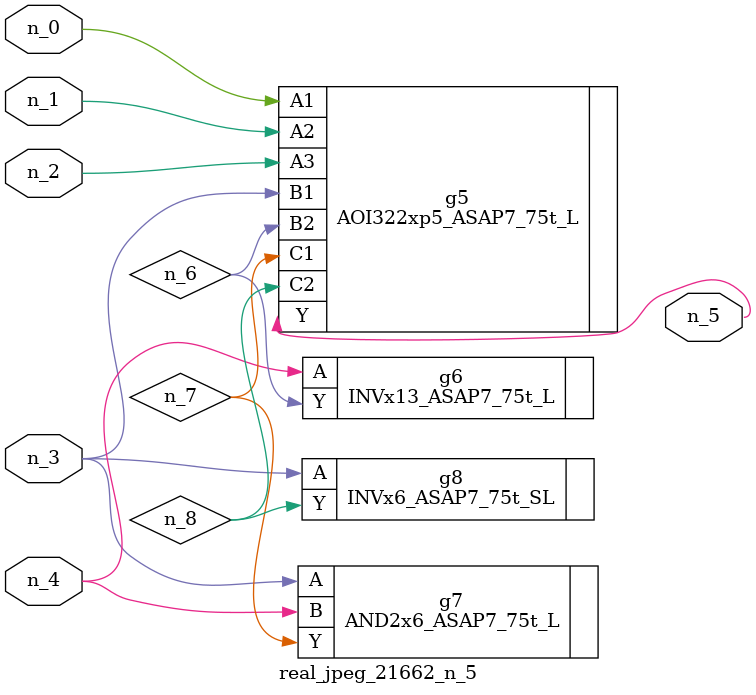
<source format=v>
module real_jpeg_21662_n_5 (n_4, n_0, n_1, n_2, n_3, n_5);

input n_4;
input n_0;
input n_1;
input n_2;
input n_3;

output n_5;

wire n_8;
wire n_6;
wire n_7;

AOI322xp5_ASAP7_75t_L g5 ( 
.A1(n_0),
.A2(n_1),
.A3(n_2),
.B1(n_3),
.B2(n_6),
.C1(n_7),
.C2(n_8),
.Y(n_5)
);

AND2x6_ASAP7_75t_L g7 ( 
.A(n_3),
.B(n_4),
.Y(n_7)
);

INVx6_ASAP7_75t_SL g8 ( 
.A(n_3),
.Y(n_8)
);

INVx13_ASAP7_75t_L g6 ( 
.A(n_4),
.Y(n_6)
);


endmodule
</source>
